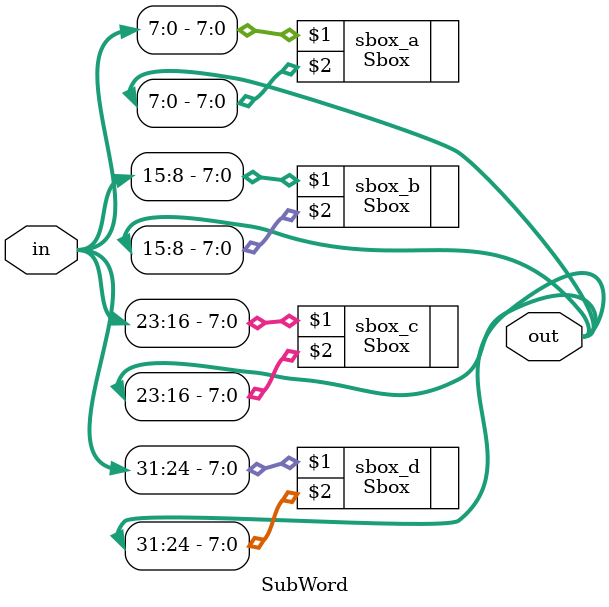
<source format=v>

module SubWord # ( parameter BYTE = 8 , parameter WORD = 32 , parameter SENTENCE = 128 )
( input [ WORD-1 : 0 ] in , output [ WORD-1 : 0 ] out ) ;
	Sbox sbox_a ( in [ BYTE-1 : 0 ] , out [ BYTE-1 : 0 ] ) ;
	Sbox sbox_b ( in [ 2*BYTE-1 : BYTE ] , out [ 2*BYTE-1 : BYTE ] ) ;
	Sbox sbox_c ( in [ 3*BYTE-1 : 2*BYTE ] , out [ 3*BYTE-1 : 2*BYTE ] ) ;
	Sbox sbox_d ( in [ WORD-1:3*BYTE ] , out [ WORD-1 : 3*BYTE ] ) ;

endmodule

</source>
